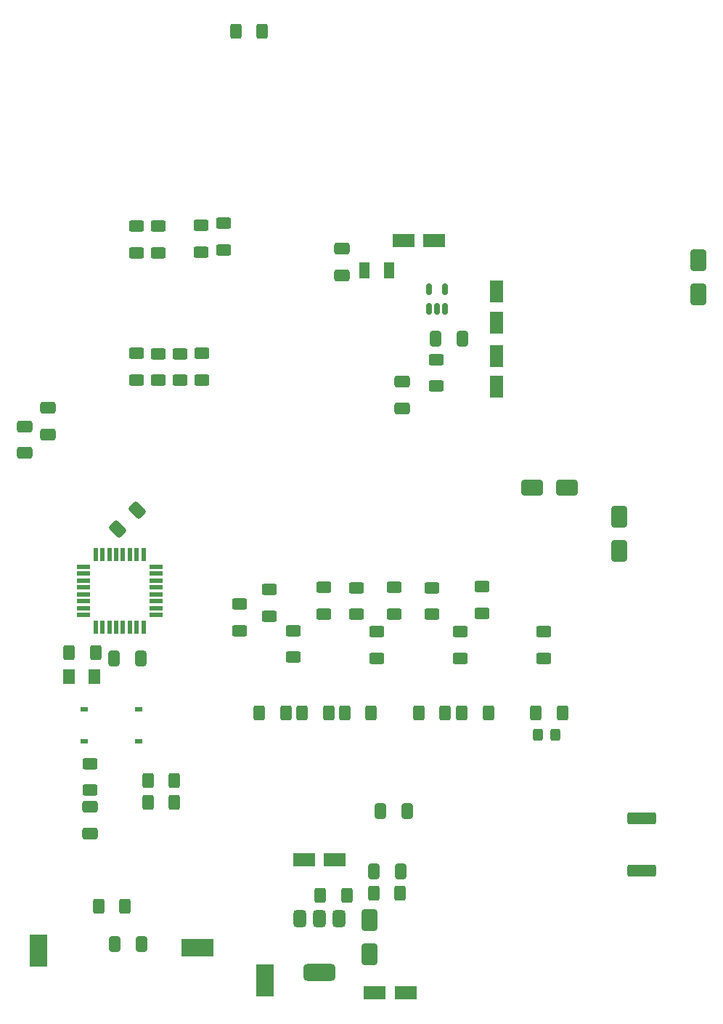
<source format=gbr>
%TF.GenerationSoftware,KiCad,Pcbnew,9.0.5*%
%TF.CreationDate,2025-10-29T10:13:22-04:00*%
%TF.ProjectId,oshe_dmm_project_v1,6f736865-5f64-46d6-9d5f-70726f6a6563,V1*%
%TF.SameCoordinates,Original*%
%TF.FileFunction,Paste,Top*%
%TF.FilePolarity,Positive*%
%FSLAX46Y46*%
G04 Gerber Fmt 4.6, Leading zero omitted, Abs format (unit mm)*
G04 Created by KiCad (PCBNEW 9.0.5) date 2025-10-29 10:13:22*
%MOMM*%
%LPD*%
G01*
G04 APERTURE LIST*
G04 Aperture macros list*
%AMRoundRect*
0 Rectangle with rounded corners*
0 $1 Rounding radius*
0 $2 $3 $4 $5 $6 $7 $8 $9 X,Y pos of 4 corners*
0 Add a 4 corners polygon primitive as box body*
4,1,4,$2,$3,$4,$5,$6,$7,$8,$9,$2,$3,0*
0 Add four circle primitives for the rounded corners*
1,1,$1+$1,$2,$3*
1,1,$1+$1,$4,$5*
1,1,$1+$1,$6,$7*
1,1,$1+$1,$8,$9*
0 Add four rect primitives between the rounded corners*
20,1,$1+$1,$2,$3,$4,$5,0*
20,1,$1+$1,$4,$5,$6,$7,0*
20,1,$1+$1,$6,$7,$8,$9,0*
20,1,$1+$1,$8,$9,$2,$3,0*%
G04 Aperture macros list end*
%ADD10R,3.800000X2.000000*%
%ADD11RoundRect,0.250000X0.625000X-0.400000X0.625000X0.400000X-0.625000X0.400000X-0.625000X-0.400000X0*%
%ADD12RoundRect,0.250000X0.412500X0.650000X-0.412500X0.650000X-0.412500X-0.650000X0.412500X-0.650000X0*%
%ADD13RoundRect,0.250000X0.325000X0.450000X-0.325000X0.450000X-0.325000X-0.450000X0.325000X-0.450000X0*%
%ADD14RoundRect,0.250000X-0.412500X-0.650000X0.412500X-0.650000X0.412500X0.650000X-0.412500X0.650000X0*%
%ADD15RoundRect,0.250000X-0.400000X-0.625000X0.400000X-0.625000X0.400000X0.625000X-0.400000X0.625000X0*%
%ADD16RoundRect,0.250000X-0.625000X0.400000X-0.625000X-0.400000X0.625000X-0.400000X0.625000X0.400000X0*%
%ADD17RoundRect,0.150000X0.150000X-0.512500X0.150000X0.512500X-0.150000X0.512500X-0.150000X-0.512500X0*%
%ADD18R,0.550000X1.600000*%
%ADD19R,1.600000X0.550000*%
%ADD20R,1.290000X1.910000*%
%ADD21RoundRect,0.250000X-0.650000X1.000000X-0.650000X-1.000000X0.650000X-1.000000X0.650000X1.000000X0*%
%ADD22RoundRect,0.250000X-0.650000X0.412500X-0.650000X-0.412500X0.650000X-0.412500X0.650000X0.412500X0*%
%ADD23RoundRect,0.250000X1.000000X0.650000X-1.000000X0.650000X-1.000000X-0.650000X1.000000X-0.650000X0*%
%ADD24RoundRect,0.250000X0.167938X-0.751301X0.751301X-0.167938X-0.167938X0.751301X-0.751301X0.167938X0*%
%ADD25RoundRect,0.250000X-1.050000X-0.550000X1.050000X-0.550000X1.050000X0.550000X-1.050000X0.550000X0*%
%ADD26RoundRect,0.250000X0.400000X0.625000X-0.400000X0.625000X-0.400000X-0.625000X0.400000X-0.625000X0*%
%ADD27RoundRect,0.250000X0.550000X-1.050000X0.550000X1.050000X-0.550000X1.050000X-0.550000X-1.050000X0*%
%ADD28RoundRect,0.250000X0.650000X-0.412500X0.650000X0.412500X-0.650000X0.412500X-0.650000X-0.412500X0*%
%ADD29RoundRect,0.250000X0.650000X-1.000000X0.650000X1.000000X-0.650000X1.000000X-0.650000X-1.000000X0*%
%ADD30RoundRect,0.375000X-0.375000X0.625000X-0.375000X-0.625000X0.375000X-0.625000X0.375000X0.625000X0*%
%ADD31RoundRect,0.500000X-1.400000X0.500000X-1.400000X-0.500000X1.400000X-0.500000X1.400000X0.500000X0*%
%ADD32RoundRect,0.249999X1.425001X-0.450001X1.425001X0.450001X-1.425001X0.450001X-1.425001X-0.450001X0*%
%ADD33R,2.000000X3.800000*%
%ADD34RoundRect,0.250000X1.050000X0.550000X-1.050000X0.550000X-1.050000X-0.550000X1.050000X-0.550000X0*%
%ADD35RoundRect,0.250001X0.462499X0.624999X-0.462499X0.624999X-0.462499X-0.624999X0.462499X-0.624999X0*%
%ADD36R,0.952500X0.558800*%
G04 APERTURE END LIST*
D10*
%TO.C,BAT1*%
X142798400Y-218321200D03*
%TD*%
D11*
%TO.C,R11*%
X130265000Y-199975500D03*
X130265000Y-196875500D03*
%TD*%
D12*
%TO.C,C8*%
X136232900Y-217940200D03*
X133107900Y-217940200D03*
%TD*%
D11*
%TO.C,R39*%
X161270000Y-179488000D03*
X161270000Y-176388000D03*
%TD*%
D13*
%TO.C,D2*%
X184506800Y-193530800D03*
X182456800Y-193530800D03*
%TD*%
D14*
%TO.C,C7*%
X164090000Y-202378000D03*
X167215000Y-202378000D03*
%TD*%
D15*
%TO.C,R7*%
X182244000Y-190990800D03*
X185344000Y-190990800D03*
%TD*%
D16*
%TO.C,R30*%
X145820000Y-133918000D03*
X145820000Y-137018000D03*
%TD*%
%TO.C,R26*%
X170650000Y-149808000D03*
X170650000Y-152908000D03*
%TD*%
D12*
%TO.C,C1*%
X136137500Y-184634600D03*
X133012500Y-184634600D03*
%TD*%
D17*
%TO.C,U7*%
X169750000Y-143908000D03*
X170700000Y-143908000D03*
X171650000Y-143908000D03*
X171650000Y-141633000D03*
X169750000Y-141633000D03*
%TD*%
D18*
%TO.C,U1*%
X136486000Y-172510600D03*
X135686000Y-172510600D03*
X134886000Y-172510600D03*
X134086000Y-172510600D03*
X133286000Y-172510600D03*
X132486000Y-172510600D03*
X131686000Y-172510600D03*
X130886000Y-172510600D03*
D19*
X129436000Y-173960600D03*
X129436000Y-174760600D03*
X129436000Y-175560600D03*
X129436000Y-176360600D03*
X129436000Y-177160600D03*
X129436000Y-177960600D03*
X129436000Y-178760600D03*
X129436000Y-179560600D03*
D18*
X130886000Y-181010600D03*
X131686000Y-181010600D03*
X132486000Y-181010600D03*
X133286000Y-181010600D03*
X134086000Y-181010600D03*
X134886000Y-181010600D03*
X135686000Y-181010600D03*
X136486000Y-181010600D03*
D19*
X137936000Y-179560600D03*
X137936000Y-178760600D03*
X137936000Y-177960600D03*
X137936000Y-177160600D03*
X137936000Y-176360600D03*
X137936000Y-175560600D03*
X137936000Y-174760600D03*
X137936000Y-173960600D03*
%TD*%
D15*
%TO.C,R4*%
X159942800Y-190990800D03*
X163042800Y-190990800D03*
%TD*%
D11*
%TO.C,R18*%
X143260000Y-152208000D03*
X143260000Y-149108000D03*
%TD*%
D14*
%TO.C,C12*%
X163308500Y-209482000D03*
X166433500Y-209482000D03*
%TD*%
D15*
%TO.C,R19*%
X163321000Y-212022000D03*
X166421000Y-212022000D03*
%TD*%
D20*
%TO.C,C15*%
X165150000Y-139408000D03*
X162230000Y-139408000D03*
%TD*%
D21*
%TO.C,D1*%
X191922000Y-168112000D03*
X191922000Y-172112000D03*
%TD*%
D11*
%TO.C,R16*%
X138190000Y-152248000D03*
X138190000Y-149148000D03*
%TD*%
D22*
%TO.C,C6*%
X122646730Y-157586769D03*
X122646730Y-160711769D03*
%TD*%
D16*
%TO.C,R31*%
X135620000Y-134278000D03*
X135620000Y-137378000D03*
%TD*%
D23*
%TO.C,D7*%
X185830000Y-164758000D03*
X181830000Y-164758000D03*
%TD*%
D16*
%TO.C,R22*%
X153949000Y-181389000D03*
X153949000Y-184489000D03*
%TD*%
D24*
%TO.C,C3*%
X133489346Y-169565854D03*
X135699054Y-167356146D03*
%TD*%
D16*
%TO.C,R23*%
X163687800Y-181516000D03*
X163687800Y-184616000D03*
%TD*%
%TO.C,R32*%
X143230000Y-134208000D03*
X143230000Y-137308000D03*
%TD*%
%TO.C,R25*%
X183118800Y-181516000D03*
X183118800Y-184616000D03*
%TD*%
D11*
%TO.C,R37*%
X165740000Y-179478000D03*
X165740000Y-176378000D03*
%TD*%
%TO.C,R38*%
X175920000Y-179358000D03*
X175920000Y-176258000D03*
%TD*%
D25*
%TO.C,C13*%
X163452000Y-223579000D03*
X167052000Y-223579000D03*
%TD*%
D15*
%TO.C,R3*%
X154964400Y-190990800D03*
X158064400Y-190990800D03*
%TD*%
D16*
%TO.C,R33*%
X138210000Y-134258000D03*
X138210000Y-137358000D03*
%TD*%
D26*
%TO.C,R15*%
X134315400Y-213495200D03*
X131215400Y-213495200D03*
%TD*%
D15*
%TO.C,R14*%
X147240000Y-111608000D03*
X150340000Y-111608000D03*
%TD*%
D27*
%TO.C,C14*%
X177650000Y-145508000D03*
X177650000Y-141908000D03*
%TD*%
D28*
%TO.C,C2*%
X166650000Y-155533000D03*
X166650000Y-152408000D03*
%TD*%
D16*
%TO.C,R8*%
X147720000Y-178278000D03*
X147720000Y-181378000D03*
%TD*%
D29*
%TO.C,D4*%
X201150000Y-142198000D03*
X201150000Y-138198000D03*
%TD*%
D15*
%TO.C,R6*%
X173608000Y-190990800D03*
X176708000Y-190990800D03*
%TD*%
%TO.C,R13*%
X136990000Y-201378000D03*
X140090000Y-201378000D03*
%TD*%
D27*
%TO.C,C18*%
X177650000Y-153008000D03*
X177650000Y-149408000D03*
%TD*%
D22*
%TO.C,C4*%
X130265000Y-201943000D03*
X130265000Y-205068000D03*
%TD*%
D30*
%TO.C,U5*%
X159297000Y-214942600D03*
X156997000Y-214942600D03*
D31*
X156997000Y-221242600D03*
D30*
X154697000Y-214942600D03*
%TD*%
D16*
%TO.C,R24*%
X173416000Y-181516000D03*
X173416000Y-184616000D03*
%TD*%
D32*
%TO.C,R1*%
X194590000Y-209378000D03*
X194590000Y-203278000D03*
%TD*%
D11*
%TO.C,R36*%
X170130000Y-179488000D03*
X170130000Y-176388000D03*
%TD*%
%TO.C,R21*%
X135620000Y-152198000D03*
X135620000Y-149098000D03*
%TD*%
D15*
%TO.C,R2*%
X149986000Y-190990800D03*
X153086000Y-190990800D03*
%TD*%
D33*
%TO.C,GND1*%
X124256400Y-218702200D03*
%TD*%
D34*
%TO.C,C11*%
X170410000Y-135988000D03*
X166810000Y-135988000D03*
%TD*%
D25*
%TO.C,C10*%
X155197000Y-208085000D03*
X158797000Y-208085000D03*
%TD*%
D15*
%TO.C,R5*%
X168578800Y-190990800D03*
X171678800Y-190990800D03*
%TD*%
D33*
%TO.C,5V1*%
X150647000Y-222156600D03*
%TD*%
D29*
%TO.C,D5*%
X162839000Y-219102000D03*
X162839000Y-215102000D03*
%TD*%
D35*
%TO.C,D3*%
X130773100Y-186723600D03*
X127798100Y-186723600D03*
%TD*%
D15*
%TO.C,R10*%
X127786400Y-183980400D03*
X130886400Y-183980400D03*
%TD*%
D14*
%TO.C,C17*%
X170525000Y-147408000D03*
X173650000Y-147408000D03*
%TD*%
D28*
%TO.C,C5*%
X125313730Y-158552769D03*
X125313730Y-155427769D03*
%TD*%
D15*
%TO.C,R12*%
X136990000Y-198878000D03*
X140090000Y-198878000D03*
%TD*%
D11*
%TO.C,R17*%
X140720000Y-152238000D03*
X140720000Y-149138000D03*
%TD*%
D15*
%TO.C,R20*%
X157098000Y-212276000D03*
X160198000Y-212276000D03*
%TD*%
D11*
%TO.C,R34*%
X157470000Y-179478000D03*
X157470000Y-176378000D03*
%TD*%
%TO.C,R9*%
X151160000Y-179718000D03*
X151160000Y-176618000D03*
%TD*%
D36*
%TO.C,SW1*%
X135929350Y-194246200D03*
X129566650Y-194246200D03*
X135929350Y-190537800D03*
X129566650Y-190537800D03*
%TD*%
D22*
%TO.C,C16*%
X159650000Y-136908000D03*
X159650000Y-140033000D03*
%TD*%
M02*

</source>
